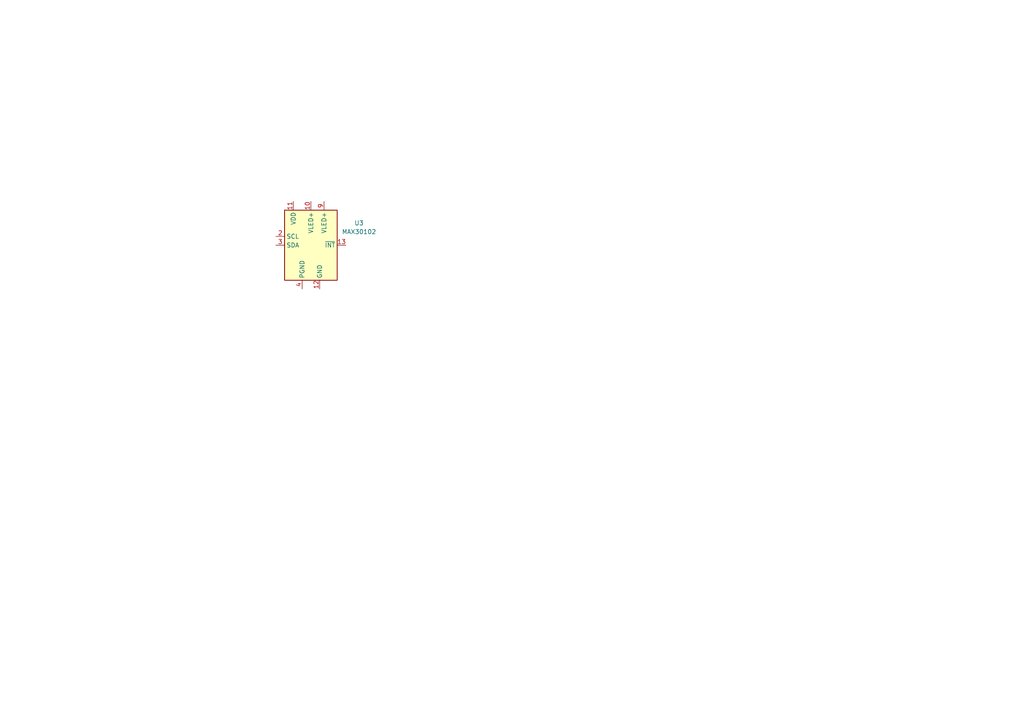
<source format=kicad_sch>
(kicad_sch (version 20250114) (generator "eeschema") (generator_version "9.0")
  (paper "A4")
  (lib_symbols
    (symbol "Sensor:MAX30102"
      (property "Reference" "U3" (at 13.97 6.4202 0))
      (property "Value" "MAX30102" (at 13.97 3.8802 0))
      (symbol "MAX30102_0_1"
        (rectangle (start -7.62 10.16) (end 7.62 -10.16) (stroke (width 0.254)) (fill (type background)))
      )
      (symbol "MAX30102_1_1"
        (pin input line (at -10.16 2.54 0) (length 2.54) (name "SCL") (number "2"))
        (pin bidirectional line (at -10.16 0 0) (length 2.54) (name "SDA") (number "3"))
        (pin no_connect line (at -7.62 5.08 0) (length 2.54) (hide yes) (name "NC") (number "1"))
        (pin no_connect line (at -7.62 -2.54 0) (length 2.54) (hide yes) (name "NC") (number "7"))
        (pin power_in line (at -5.08 12.7 270) (length 2.54) (name "VDD") (number "11"))
        (pin power_in line (at -2.54 -12.7 90) (length 2.54) (name "PGND") (number "4"))
        (pin power_in line (at 0 12.7 270) (length 2.54) (name "VLED+") (number "10"))
        (pin power_in line (at 2.54 -12.7 90) (length 2.54) (name "GND") (number "12"))
        (pin power_in line (at 3.81 12.7 270) (length 2.54) (name "VLED+") (number "9"))
        (pin no_connect line (at 7.62 5.08 180) (length 2.54) (hide yes) (name "NC") (number "8"))
        (pin no_connect line (at 7.62 2.54 180) (length 2.54) (hide yes) (name "NC") (number "14"))
        (pin no_connect line (at 7.62 -5.08 180) (length 2.54) (hide yes) (name "NC") (number "6"))
        (pin no_connect line (at 7.62 -7.62 180) (length 2.54) (hide yes) (name "NC") (number "5"))
        (pin output line (at 10.16 0 180) (length 2.54) (name "~{INT}") (number "13"))
      )
    )
  )
  (symbol (lib_id "Sensor:MAX30102") (at 90.17 71.12 0) (unit 1)
    (property "Reference" "U3" (at 104.14 64.6998 0))
    (property "Value" "MAX30102" (at 104.14 67.2398 0))
    (property "Footprint" "OptoDevice:Maxim_OLGA-14_3.3x5.6mm_P0.8mm" (effects (hide yes)))
    (property "Datasheet" "https://datasheets.maximintegrated.com/en/ds/MAX30102.pdf" (effects (hide yes)))
    (property "Description" "Heart Rate Sensor, 14-OLGA" (effects (hide yes)))
  )
)
</source>
